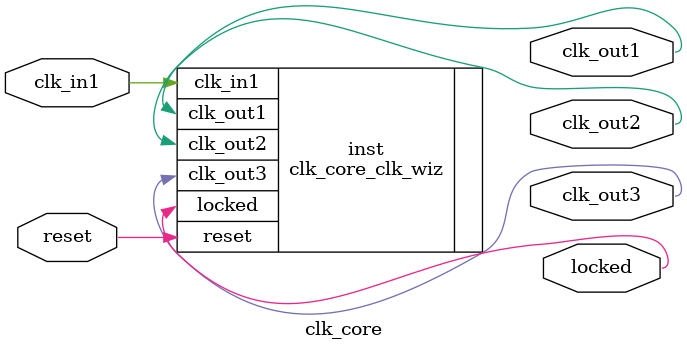
<source format=v>


`timescale 1ps/1ps

(* CORE_GENERATION_INFO = "clk_core,clk_wiz_v6_0_4_0_0,{component_name=clk_core,use_phase_alignment=true,use_min_o_jitter=false,use_max_i_jitter=false,use_dyn_phase_shift=false,use_inclk_switchover=false,use_dyn_reconfig=false,enable_axi=0,feedback_source=FDBK_AUTO,PRIMITIVE=MMCM,num_out_clk=3,clkin1_period=10.000,clkin2_period=10.000,use_power_down=false,use_reset=true,use_locked=true,use_inclk_stopped=false,feedback_type=SINGLE,CLOCK_MGR_TYPE=NA,manual_override=false}" *)

module clk_core 
 (
  // Clock out ports
  output        clk_out1,
  output        clk_out2,
  output        clk_out3,
  // Status and control signals
  input         reset,
  output        locked,
 // Clock in ports
  input         clk_in1
 );

  clk_core_clk_wiz inst
  (
  // Clock out ports  
  .clk_out1(clk_out1),
  .clk_out2(clk_out2),
  .clk_out3(clk_out3),
  // Status and control signals               
  .reset(reset), 
  .locked(locked),
 // Clock in ports
  .clk_in1(clk_in1)
  );

endmodule

</source>
